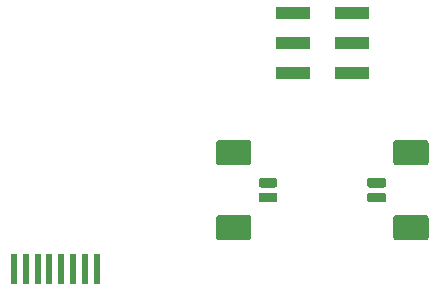
<source format=gbr>
%TF.GenerationSoftware,KiCad,Pcbnew,(5.1.5)-3*%
%TF.CreationDate,2020-05-31T21:19:37+02:00*%
%TF.ProjectId,speaker_grill,73706561-6b65-4725-9f67-72696c6c2e6b,rev?*%
%TF.SameCoordinates,PXbebc200PY5f5e100*%
%TF.FileFunction,Paste,Bot*%
%TF.FilePolarity,Positive*%
%FSLAX46Y46*%
G04 Gerber Fmt 4.6, Leading zero omitted, Abs format (unit mm)*
G04 Created by KiCad (PCBNEW (5.1.5)-3) date 2020-05-31 21:19:37*
%MOMM*%
%LPD*%
G04 APERTURE LIST*
%ADD10R,0.600000X2.500000*%
%ADD11C,0.100000*%
%ADD12R,3.000000X1.000000*%
G04 APERTURE END LIST*
D10*
%TO.C,J4*%
X-70100000Y14300000D03*
X-69100000Y14300000D03*
X-71100000Y14300000D03*
X-72100000Y14300000D03*
X-73100000Y14300000D03*
X-74100000Y14300000D03*
X-75100000Y14300000D03*
X-76100000Y14300000D03*
%TD*%
D11*
%TO.C,J3*%
G36*
X-41225496Y18873796D02*
G01*
X-41201227Y18870196D01*
X-41177429Y18864235D01*
X-41154329Y18855970D01*
X-41132151Y18845480D01*
X-41111107Y18832867D01*
X-41091402Y18818253D01*
X-41073223Y18801777D01*
X-41056747Y18783598D01*
X-41042133Y18763893D01*
X-41029520Y18742849D01*
X-41019030Y18720671D01*
X-41010765Y18697571D01*
X-41004804Y18673773D01*
X-41001204Y18649504D01*
X-41000000Y18625000D01*
X-41000000Y17025000D01*
X-41001204Y17000496D01*
X-41004804Y16976227D01*
X-41010765Y16952429D01*
X-41019030Y16929329D01*
X-41029520Y16907151D01*
X-41042133Y16886107D01*
X-41056747Y16866402D01*
X-41073223Y16848223D01*
X-41091402Y16831747D01*
X-41111107Y16817133D01*
X-41132151Y16804520D01*
X-41154329Y16794030D01*
X-41177429Y16785765D01*
X-41201227Y16779804D01*
X-41225496Y16776204D01*
X-41250000Y16775000D01*
X-43750000Y16775000D01*
X-43774504Y16776204D01*
X-43798773Y16779804D01*
X-43822571Y16785765D01*
X-43845671Y16794030D01*
X-43867849Y16804520D01*
X-43888893Y16817133D01*
X-43908598Y16831747D01*
X-43926777Y16848223D01*
X-43943253Y16866402D01*
X-43957867Y16886107D01*
X-43970480Y16907151D01*
X-43980970Y16929329D01*
X-43989235Y16952429D01*
X-43995196Y16976227D01*
X-43998796Y17000496D01*
X-44000000Y17025000D01*
X-44000000Y18625000D01*
X-43998796Y18649504D01*
X-43995196Y18673773D01*
X-43989235Y18697571D01*
X-43980970Y18720671D01*
X-43970480Y18742849D01*
X-43957867Y18763893D01*
X-43943253Y18783598D01*
X-43926777Y18801777D01*
X-43908598Y18818253D01*
X-43888893Y18832867D01*
X-43867849Y18845480D01*
X-43845671Y18855970D01*
X-43822571Y18864235D01*
X-43798773Y18870196D01*
X-43774504Y18873796D01*
X-43750000Y18875000D01*
X-41250000Y18875000D01*
X-41225496Y18873796D01*
G37*
G36*
X-41225496Y25223796D02*
G01*
X-41201227Y25220196D01*
X-41177429Y25214235D01*
X-41154329Y25205970D01*
X-41132151Y25195480D01*
X-41111107Y25182867D01*
X-41091402Y25168253D01*
X-41073223Y25151777D01*
X-41056747Y25133598D01*
X-41042133Y25113893D01*
X-41029520Y25092849D01*
X-41019030Y25070671D01*
X-41010765Y25047571D01*
X-41004804Y25023773D01*
X-41001204Y24999504D01*
X-41000000Y24975000D01*
X-41000000Y23375000D01*
X-41001204Y23350496D01*
X-41004804Y23326227D01*
X-41010765Y23302429D01*
X-41019030Y23279329D01*
X-41029520Y23257151D01*
X-41042133Y23236107D01*
X-41056747Y23216402D01*
X-41073223Y23198223D01*
X-41091402Y23181747D01*
X-41111107Y23167133D01*
X-41132151Y23154520D01*
X-41154329Y23144030D01*
X-41177429Y23135765D01*
X-41201227Y23129804D01*
X-41225496Y23126204D01*
X-41250000Y23125000D01*
X-43750000Y23125000D01*
X-43774504Y23126204D01*
X-43798773Y23129804D01*
X-43822571Y23135765D01*
X-43845671Y23144030D01*
X-43867849Y23154520D01*
X-43888893Y23167133D01*
X-43908598Y23181747D01*
X-43926777Y23198223D01*
X-43943253Y23216402D01*
X-43957867Y23236107D01*
X-43970480Y23257151D01*
X-43980970Y23279329D01*
X-43989235Y23302429D01*
X-43995196Y23326227D01*
X-43998796Y23350496D01*
X-44000000Y23375000D01*
X-44000000Y24975000D01*
X-43998796Y24999504D01*
X-43995196Y25023773D01*
X-43989235Y25047571D01*
X-43980970Y25070671D01*
X-43970480Y25092849D01*
X-43957867Y25113893D01*
X-43943253Y25133598D01*
X-43926777Y25151777D01*
X-43908598Y25168253D01*
X-43888893Y25182867D01*
X-43867849Y25195480D01*
X-43845671Y25205970D01*
X-43822571Y25214235D01*
X-43798773Y25220196D01*
X-43774504Y25223796D01*
X-43750000Y25225000D01*
X-41250000Y25225000D01*
X-41225496Y25223796D01*
G37*
G36*
X-44780397Y20774037D02*
G01*
X-44760982Y20771157D01*
X-44741943Y20766388D01*
X-44723463Y20759776D01*
X-44705721Y20751384D01*
X-44688886Y20741294D01*
X-44673121Y20729602D01*
X-44658579Y20716421D01*
X-44645398Y20701879D01*
X-44633706Y20686114D01*
X-44623616Y20669279D01*
X-44615224Y20651537D01*
X-44608612Y20633057D01*
X-44603843Y20614018D01*
X-44600963Y20594603D01*
X-44600000Y20575000D01*
X-44600000Y20175000D01*
X-44600963Y20155397D01*
X-44603843Y20135982D01*
X-44608612Y20116943D01*
X-44615224Y20098463D01*
X-44623616Y20080721D01*
X-44633706Y20063886D01*
X-44645398Y20048121D01*
X-44658579Y20033579D01*
X-44673121Y20020398D01*
X-44688886Y20008706D01*
X-44705721Y19998616D01*
X-44723463Y19990224D01*
X-44741943Y19983612D01*
X-44760982Y19978843D01*
X-44780397Y19975963D01*
X-44800000Y19975000D01*
X-46000000Y19975000D01*
X-46019603Y19975963D01*
X-46039018Y19978843D01*
X-46058057Y19983612D01*
X-46076537Y19990224D01*
X-46094279Y19998616D01*
X-46111114Y20008706D01*
X-46126879Y20020398D01*
X-46141421Y20033579D01*
X-46154602Y20048121D01*
X-46166294Y20063886D01*
X-46176384Y20080721D01*
X-46184776Y20098463D01*
X-46191388Y20116943D01*
X-46196157Y20135982D01*
X-46199037Y20155397D01*
X-46200000Y20175000D01*
X-46200000Y20575000D01*
X-46199037Y20594603D01*
X-46196157Y20614018D01*
X-46191388Y20633057D01*
X-46184776Y20651537D01*
X-46176384Y20669279D01*
X-46166294Y20686114D01*
X-46154602Y20701879D01*
X-46141421Y20716421D01*
X-46126879Y20729602D01*
X-46111114Y20741294D01*
X-46094279Y20751384D01*
X-46076537Y20759776D01*
X-46058057Y20766388D01*
X-46039018Y20771157D01*
X-46019603Y20774037D01*
X-46000000Y20775000D01*
X-44800000Y20775000D01*
X-44780397Y20774037D01*
G37*
G36*
X-44780397Y22024037D02*
G01*
X-44760982Y22021157D01*
X-44741943Y22016388D01*
X-44723463Y22009776D01*
X-44705721Y22001384D01*
X-44688886Y21991294D01*
X-44673121Y21979602D01*
X-44658579Y21966421D01*
X-44645398Y21951879D01*
X-44633706Y21936114D01*
X-44623616Y21919279D01*
X-44615224Y21901537D01*
X-44608612Y21883057D01*
X-44603843Y21864018D01*
X-44600963Y21844603D01*
X-44600000Y21825000D01*
X-44600000Y21425000D01*
X-44600963Y21405397D01*
X-44603843Y21385982D01*
X-44608612Y21366943D01*
X-44615224Y21348463D01*
X-44623616Y21330721D01*
X-44633706Y21313886D01*
X-44645398Y21298121D01*
X-44658579Y21283579D01*
X-44673121Y21270398D01*
X-44688886Y21258706D01*
X-44705721Y21248616D01*
X-44723463Y21240224D01*
X-44741943Y21233612D01*
X-44760982Y21228843D01*
X-44780397Y21225963D01*
X-44800000Y21225000D01*
X-46000000Y21225000D01*
X-46019603Y21225963D01*
X-46039018Y21228843D01*
X-46058057Y21233612D01*
X-46076537Y21240224D01*
X-46094279Y21248616D01*
X-46111114Y21258706D01*
X-46126879Y21270398D01*
X-46141421Y21283579D01*
X-46154602Y21298121D01*
X-46166294Y21313886D01*
X-46176384Y21330721D01*
X-46184776Y21348463D01*
X-46191388Y21366943D01*
X-46196157Y21385982D01*
X-46199037Y21405397D01*
X-46200000Y21425000D01*
X-46200000Y21825000D01*
X-46199037Y21844603D01*
X-46196157Y21864018D01*
X-46191388Y21883057D01*
X-46184776Y21901537D01*
X-46176384Y21919279D01*
X-46166294Y21936114D01*
X-46154602Y21951879D01*
X-46141421Y21966421D01*
X-46126879Y21979602D01*
X-46111114Y21991294D01*
X-46094279Y22001384D01*
X-46076537Y22009776D01*
X-46058057Y22016388D01*
X-46039018Y22021157D01*
X-46019603Y22024037D01*
X-46000000Y22025000D01*
X-44800000Y22025000D01*
X-44780397Y22024037D01*
G37*
%TD*%
%TO.C,J2*%
G36*
X-56225496Y25223796D02*
G01*
X-56201227Y25220196D01*
X-56177429Y25214235D01*
X-56154329Y25205970D01*
X-56132151Y25195480D01*
X-56111107Y25182867D01*
X-56091402Y25168253D01*
X-56073223Y25151777D01*
X-56056747Y25133598D01*
X-56042133Y25113893D01*
X-56029520Y25092849D01*
X-56019030Y25070671D01*
X-56010765Y25047571D01*
X-56004804Y25023773D01*
X-56001204Y24999504D01*
X-56000000Y24975000D01*
X-56000000Y23375000D01*
X-56001204Y23350496D01*
X-56004804Y23326227D01*
X-56010765Y23302429D01*
X-56019030Y23279329D01*
X-56029520Y23257151D01*
X-56042133Y23236107D01*
X-56056747Y23216402D01*
X-56073223Y23198223D01*
X-56091402Y23181747D01*
X-56111107Y23167133D01*
X-56132151Y23154520D01*
X-56154329Y23144030D01*
X-56177429Y23135765D01*
X-56201227Y23129804D01*
X-56225496Y23126204D01*
X-56250000Y23125000D01*
X-58750000Y23125000D01*
X-58774504Y23126204D01*
X-58798773Y23129804D01*
X-58822571Y23135765D01*
X-58845671Y23144030D01*
X-58867849Y23154520D01*
X-58888893Y23167133D01*
X-58908598Y23181747D01*
X-58926777Y23198223D01*
X-58943253Y23216402D01*
X-58957867Y23236107D01*
X-58970480Y23257151D01*
X-58980970Y23279329D01*
X-58989235Y23302429D01*
X-58995196Y23326227D01*
X-58998796Y23350496D01*
X-59000000Y23375000D01*
X-59000000Y24975000D01*
X-58998796Y24999504D01*
X-58995196Y25023773D01*
X-58989235Y25047571D01*
X-58980970Y25070671D01*
X-58970480Y25092849D01*
X-58957867Y25113893D01*
X-58943253Y25133598D01*
X-58926777Y25151777D01*
X-58908598Y25168253D01*
X-58888893Y25182867D01*
X-58867849Y25195480D01*
X-58845671Y25205970D01*
X-58822571Y25214235D01*
X-58798773Y25220196D01*
X-58774504Y25223796D01*
X-58750000Y25225000D01*
X-56250000Y25225000D01*
X-56225496Y25223796D01*
G37*
G36*
X-56225496Y18873796D02*
G01*
X-56201227Y18870196D01*
X-56177429Y18864235D01*
X-56154329Y18855970D01*
X-56132151Y18845480D01*
X-56111107Y18832867D01*
X-56091402Y18818253D01*
X-56073223Y18801777D01*
X-56056747Y18783598D01*
X-56042133Y18763893D01*
X-56029520Y18742849D01*
X-56019030Y18720671D01*
X-56010765Y18697571D01*
X-56004804Y18673773D01*
X-56001204Y18649504D01*
X-56000000Y18625000D01*
X-56000000Y17025000D01*
X-56001204Y17000496D01*
X-56004804Y16976227D01*
X-56010765Y16952429D01*
X-56019030Y16929329D01*
X-56029520Y16907151D01*
X-56042133Y16886107D01*
X-56056747Y16866402D01*
X-56073223Y16848223D01*
X-56091402Y16831747D01*
X-56111107Y16817133D01*
X-56132151Y16804520D01*
X-56154329Y16794030D01*
X-56177429Y16785765D01*
X-56201227Y16779804D01*
X-56225496Y16776204D01*
X-56250000Y16775000D01*
X-58750000Y16775000D01*
X-58774504Y16776204D01*
X-58798773Y16779804D01*
X-58822571Y16785765D01*
X-58845671Y16794030D01*
X-58867849Y16804520D01*
X-58888893Y16817133D01*
X-58908598Y16831747D01*
X-58926777Y16848223D01*
X-58943253Y16866402D01*
X-58957867Y16886107D01*
X-58970480Y16907151D01*
X-58980970Y16929329D01*
X-58989235Y16952429D01*
X-58995196Y16976227D01*
X-58998796Y17000496D01*
X-59000000Y17025000D01*
X-59000000Y18625000D01*
X-58998796Y18649504D01*
X-58995196Y18673773D01*
X-58989235Y18697571D01*
X-58980970Y18720671D01*
X-58970480Y18742849D01*
X-58957867Y18763893D01*
X-58943253Y18783598D01*
X-58926777Y18801777D01*
X-58908598Y18818253D01*
X-58888893Y18832867D01*
X-58867849Y18845480D01*
X-58845671Y18855970D01*
X-58822571Y18864235D01*
X-58798773Y18870196D01*
X-58774504Y18873796D01*
X-58750000Y18875000D01*
X-56250000Y18875000D01*
X-56225496Y18873796D01*
G37*
G36*
X-53980397Y22024037D02*
G01*
X-53960982Y22021157D01*
X-53941943Y22016388D01*
X-53923463Y22009776D01*
X-53905721Y22001384D01*
X-53888886Y21991294D01*
X-53873121Y21979602D01*
X-53858579Y21966421D01*
X-53845398Y21951879D01*
X-53833706Y21936114D01*
X-53823616Y21919279D01*
X-53815224Y21901537D01*
X-53808612Y21883057D01*
X-53803843Y21864018D01*
X-53800963Y21844603D01*
X-53800000Y21825000D01*
X-53800000Y21425000D01*
X-53800963Y21405397D01*
X-53803843Y21385982D01*
X-53808612Y21366943D01*
X-53815224Y21348463D01*
X-53823616Y21330721D01*
X-53833706Y21313886D01*
X-53845398Y21298121D01*
X-53858579Y21283579D01*
X-53873121Y21270398D01*
X-53888886Y21258706D01*
X-53905721Y21248616D01*
X-53923463Y21240224D01*
X-53941943Y21233612D01*
X-53960982Y21228843D01*
X-53980397Y21225963D01*
X-54000000Y21225000D01*
X-55200000Y21225000D01*
X-55219603Y21225963D01*
X-55239018Y21228843D01*
X-55258057Y21233612D01*
X-55276537Y21240224D01*
X-55294279Y21248616D01*
X-55311114Y21258706D01*
X-55326879Y21270398D01*
X-55341421Y21283579D01*
X-55354602Y21298121D01*
X-55366294Y21313886D01*
X-55376384Y21330721D01*
X-55384776Y21348463D01*
X-55391388Y21366943D01*
X-55396157Y21385982D01*
X-55399037Y21405397D01*
X-55400000Y21425000D01*
X-55400000Y21825000D01*
X-55399037Y21844603D01*
X-55396157Y21864018D01*
X-55391388Y21883057D01*
X-55384776Y21901537D01*
X-55376384Y21919279D01*
X-55366294Y21936114D01*
X-55354602Y21951879D01*
X-55341421Y21966421D01*
X-55326879Y21979602D01*
X-55311114Y21991294D01*
X-55294279Y22001384D01*
X-55276537Y22009776D01*
X-55258057Y22016388D01*
X-55239018Y22021157D01*
X-55219603Y22024037D01*
X-55200000Y22025000D01*
X-54000000Y22025000D01*
X-53980397Y22024037D01*
G37*
G36*
X-53980397Y20774037D02*
G01*
X-53960982Y20771157D01*
X-53941943Y20766388D01*
X-53923463Y20759776D01*
X-53905721Y20751384D01*
X-53888886Y20741294D01*
X-53873121Y20729602D01*
X-53858579Y20716421D01*
X-53845398Y20701879D01*
X-53833706Y20686114D01*
X-53823616Y20669279D01*
X-53815224Y20651537D01*
X-53808612Y20633057D01*
X-53803843Y20614018D01*
X-53800963Y20594603D01*
X-53800000Y20575000D01*
X-53800000Y20175000D01*
X-53800963Y20155397D01*
X-53803843Y20135982D01*
X-53808612Y20116943D01*
X-53815224Y20098463D01*
X-53823616Y20080721D01*
X-53833706Y20063886D01*
X-53845398Y20048121D01*
X-53858579Y20033579D01*
X-53873121Y20020398D01*
X-53888886Y20008706D01*
X-53905721Y19998616D01*
X-53923463Y19990224D01*
X-53941943Y19983612D01*
X-53960982Y19978843D01*
X-53980397Y19975963D01*
X-54000000Y19975000D01*
X-55200000Y19975000D01*
X-55219603Y19975963D01*
X-55239018Y19978843D01*
X-55258057Y19983612D01*
X-55276537Y19990224D01*
X-55294279Y19998616D01*
X-55311114Y20008706D01*
X-55326879Y20020398D01*
X-55341421Y20033579D01*
X-55354602Y20048121D01*
X-55366294Y20063886D01*
X-55376384Y20080721D01*
X-55384776Y20098463D01*
X-55391388Y20116943D01*
X-55396157Y20135982D01*
X-55399037Y20155397D01*
X-55400000Y20175000D01*
X-55400000Y20575000D01*
X-55399037Y20594603D01*
X-55396157Y20614018D01*
X-55391388Y20633057D01*
X-55384776Y20651537D01*
X-55376384Y20669279D01*
X-55366294Y20686114D01*
X-55354602Y20701879D01*
X-55341421Y20716421D01*
X-55326879Y20729602D01*
X-55311114Y20741294D01*
X-55294279Y20751384D01*
X-55276537Y20759776D01*
X-55258057Y20766388D01*
X-55239018Y20771157D01*
X-55219603Y20774037D01*
X-55200000Y20775000D01*
X-54000000Y20775000D01*
X-53980397Y20774037D01*
G37*
%TD*%
D12*
%TO.C,J1*%
X-47480000Y30960000D03*
X-52520000Y30960000D03*
X-47480000Y33500000D03*
X-52520000Y33500000D03*
X-47480000Y36040000D03*
X-52520000Y36040000D03*
%TD*%
M02*

</source>
